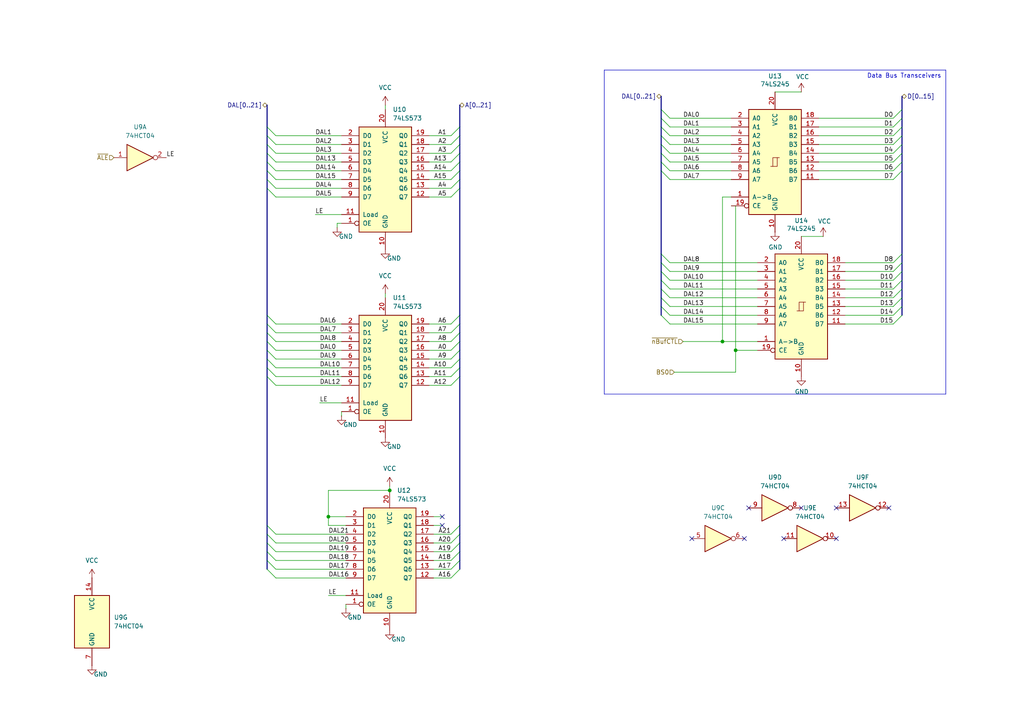
<source format=kicad_sch>
(kicad_sch (version 20250114) (generator "eeschema") (generator_version "9.0")
  (paper "A4")
  (lib_symbols
    (symbol "74xx:74HCT04"
      (property "Reference" "U" (at 0 1.27 0))
      (property "Value" "74HCT04" (at 0 -1.27 0))
      (symbol "74HCT04_1_0"
        (polyline (pts (xy -3.81 3.81) (xy -3.81 -3.81) (xy 3.81 0) (xy -3.81 3.81)) (stroke (width 0.254)) (fill (type background)))
        (pin input line (at -7.62 0 0) (length 3.81) (name "~") (number "1"))
        (pin output inverted (at 7.62 0 180) (length 3.81) (name "~") (number "2"))
      )
      (symbol "74HCT04_2_0"
        (polyline (pts (xy -3.81 3.81) (xy -3.81 -3.81) (xy 3.81 0) (xy -3.81 3.81)) (stroke (width 0.254)) (fill (type background)))
        (pin input line (at -7.62 0 0) (length 3.81) (name "~") (number "3"))
        (pin output inverted (at 7.62 0 180) (length 3.81) (name "~") (number "4"))
      )
      (symbol "74HCT04_3_0"
        (polyline (pts (xy -3.81 3.81) (xy -3.81 -3.81) (xy 3.81 0) (xy -3.81 3.81)) (stroke (width 0.254)) (fill (type background)))
        (pin input line (at -7.62 0 0) (length 3.81) (name "~") (number "5"))
        (pin output inverted (at 7.62 0 180) (length 3.81) (name "~") (number "6"))
      )
      (symbol "74HCT04_4_0"
        (polyline (pts (xy -3.81 3.81) (xy -3.81 -3.81) (xy 3.81 0) (xy -3.81 3.81)) (stroke (width 0.254)) (fill (type background)))
        (pin input line (at -7.62 0 0) (length 3.81) (name "~") (number "9"))
        (pin output inverted (at 7.62 0 180) (length 3.81) (name "~") (number "8"))
      )
      (symbol "74HCT04_5_0"
        (polyline (pts (xy -3.81 3.81) (xy -3.81 -3.81) (xy 3.81 0) (xy -3.81 3.81)) (stroke (width 0.254)) (fill (type background)))
        (pin input line (at -7.62 0 0) (length 3.81) (name "~") (number "11"))
        (pin output inverted (at 7.62 0 180) (length 3.81) (name "~") (number "10"))
      )
      (symbol "74HCT04_6_0"
        (polyline (pts (xy -3.81 3.81) (xy -3.81 -3.81) (xy 3.81 0) (xy -3.81 3.81)) (stroke (width 0.254)) (fill (type background)))
        (pin input line (at -7.62 0 0) (length 3.81) (name "~") (number "13"))
        (pin output inverted (at 7.62 0 180) (length 3.81) (name "~") (number "12"))
      )
      (symbol "74HCT04_7_0"
        (pin power_in line (at 0 12.7 270) (length 5.08) (name "VCC") (number "14"))
        (pin power_in line (at 0 -12.7 90) (length 5.08) (name "GND") (number "7"))
      )
      (symbol "74HCT04_7_1"
        (rectangle (start -5.08 7.62) (end 5.08 -7.62) (stroke (width 0.254)) (fill (type background)))
      )
    )
    (symbol "74xx:74LS245" (pin_names (offset 1.016))
      (property "Reference" "U" (at -7.62 16.51 0))
      (property "Value" "74LS245" (at -7.62 -16.51 0))
      (symbol "74LS245_1_0"
        (polyline (pts (xy -1.27 -1.27) (xy 0.635 -1.27) (xy 0.635 1.27) (xy 1.27 1.27)))
        (polyline (pts (xy -0.635 -1.27) (xy -0.635 1.27) (xy 0.635 1.27)))
        (pin tri_state line (at -12.7 12.7 0) (length 5.08) (name "A0") (number "2"))
        (pin tri_state line (at -12.7 10.16 0) (length 5.08) (name "A1") (number "3"))
        (pin tri_state line (at -12.7 7.62 0) (length 5.08) (name "A2") (number "4"))
        (pin tri_state line (at -12.7 5.08 0) (length 5.08) (name "A3") (number "5"))
        (pin tri_state line (at -12.7 2.54 0) (length 5.08) (name "A4") (number "6"))
        (pin tri_state line (at -12.7 0 0) (length 5.08) (name "A5") (number "7"))
        (pin tri_state line (at -12.7 -2.54 0) (length 5.08) (name "A6") (number "8"))
        (pin tri_state line (at -12.7 -5.08 0) (length 5.08) (name "A7") (number "9"))
        (pin input line (at -12.7 -10.16 0) (length 5.08) (name "A->B") (number "1"))
        (pin input inverted (at -12.7 -12.7 0) (length 5.08) (name "CE") (number "19"))
        (pin power_in line (at 0 20.32 270) (length 5.08) (name "VCC") (number "20"))
        (pin power_in line (at 0 -20.32 90) (length 5.08) (name "GND") (number "10"))
        (pin tri_state line (at 12.7 12.7 180) (length 5.08) (name "B0") (number "18"))
        (pin tri_state line (at 12.7 10.16 180) (length 5.08) (name "B1") (number "17"))
        (pin tri_state line (at 12.7 7.62 180) (length 5.08) (name "B2") (number "16"))
        (pin tri_state line (at 12.7 5.08 180) (length 5.08) (name "B3") (number "15"))
        (pin tri_state line (at 12.7 2.54 180) (length 5.08) (name "B4") (number "14"))
        (pin tri_state line (at 12.7 0 180) (length 5.08) (name "B5") (number "13"))
        (pin tri_state line (at 12.7 -2.54 180) (length 5.08) (name "B6") (number "12"))
        (pin tri_state line (at 12.7 -5.08 180) (length 5.08) (name "B7") (number "11"))
      )
      (symbol "74LS245_1_1"
        (rectangle (start -7.62 15.24) (end 7.62 -15.24) (stroke (width 0.254)) (fill (type background)))
      )
    )
    (symbol "74xx:74LS573" (pin_names (offset 1.016))
      (property "Reference" "U" (at -7.62 16.51 0))
      (property "Value" "74LS573" (at -7.62 -16.51 0))
      (symbol "74LS573_1_0"
        (pin input line (at -12.7 12.7 0) (length 5.08) (name "D0") (number "2"))
        (pin input line (at -12.7 10.16 0) (length 5.08) (name "D1") (number "3"))
        (pin input line (at -12.7 7.62 0) (length 5.08) (name "D2") (number "4"))
        (pin input line (at -12.7 5.08 0) (length 5.08) (name "D3") (number "5"))
        (pin input line (at -12.7 2.54 0) (length 5.08) (name "D4") (number "6"))
        (pin input line (at -12.7 0 0) (length 5.08) (name "D5") (number "7"))
        (pin input line (at -12.7 -2.54 0) (length 5.08) (name "D6") (number "8"))
        (pin input line (at -12.7 -5.08 0) (length 5.08) (name "D7") (number "9"))
        (pin input line (at -12.7 -10.16 0) (length 5.08) (name "Load") (number "11"))
        (pin input inverted (at -12.7 -12.7 0) (length 5.08) (name "OE") (number "1"))
        (pin power_in line (at 0 20.32 270) (length 5.08) (name "VCC") (number "20"))
        (pin power_in line (at 0 -20.32 90) (length 5.08) (name "GND") (number "10"))
        (pin tri_state line (at 12.7 12.7 180) (length 5.08) (name "Q0") (number "19"))
        (pin tri_state line (at 12.7 10.16 180) (length 5.08) (name "Q1") (number "18"))
        (pin tri_state line (at 12.7 7.62 180) (length 5.08) (name "Q2") (number "17"))
        (pin tri_state line (at 12.7 5.08 180) (length 5.08) (name "Q3") (number "16"))
        (pin tri_state line (at 12.7 2.54 180) (length 5.08) (name "Q4") (number "15"))
        (pin tri_state line (at 12.7 0 180) (length 5.08) (name "Q5") (number "14"))
        (pin tri_state line (at 12.7 -2.54 180) (length 5.08) (name "Q6") (number "13"))
        (pin tri_state line (at 12.7 -5.08 180) (length 5.08) (name "Q7") (number "12"))
      )
      (symbol "74LS573_1_1"
        (rectangle (start -7.62 15.24) (end 7.62 -15.24) (stroke (width 0.254)) (fill (type background)))
      )
    )
    (symbol "power:GND" (power) (pin_numbers (hide yes)) (pin_names (offset 0) (hide yes))
      (property "Value" "GND" (at 0 -3.81 0))
      (symbol "GND_0_1"
        (polyline (pts (xy 0 0) (xy 0 -1.27) (xy 1.27 -1.27) (xy 0 -2.54) (xy -1.27 -1.27) (xy 0 -1.27)))
      )
      (symbol "GND_1_1"
        (pin power_in line (at 0 0 270) (length 0) (name "~") (number "1"))
      )
    )
    (symbol "power:VCC" (power) (pin_numbers (hide yes)) (pin_names (offset 0) (hide yes))
      (property "Value" "VCC" (at 0 3.556 0))
      (symbol "VCC_0_1"
        (polyline (pts (xy -0.762 1.27) (xy 0 2.54)))
        (polyline (pts (xy 0 2.54) (xy 0.762 1.27)))
        (polyline (pts (xy 0 0) (xy 0 2.54)))
      )
      (symbol "VCC_1_1"
        (pin power_in line (at 0 0 90) (length 0) (name "~") (number "1"))
      )
    )
  )
  (text "Data Bus Transceivers" (at 273.05 22.86 0) (effects (font (size 1.27 1.27)) (justify right bottom)))
  (junction (at 209.55 99.06))
  (junction (at 213.36 101.6))
  (junction (at 95.25 149.86))
  (junction (at 113.03 142.24))
  (no_connect (at 200.66 156.21))
  (no_connect (at 215.9 156.21))
  (no_connect (at 227.33 156.21))
  (no_connect (at 128.27 149.86))
  (no_connect (at 242.57 147.32))
  (no_connect (at 128.27 152.4))
  (no_connect (at 242.57 156.21))
  (no_connect (at 232.41 147.32))
  (no_connect (at 257.81 147.32))
  (no_connect (at 217.17 147.32))
  (bus_entry (at 80.01 99.06) (size -2.54 -2.54))
  (bus_entry (at 194.31 93.98) (size -2.54 -2.54))
  (bus_entry (at 194.31 39.37) (size -2.54 -2.54))
  (bus_entry (at 259.08 39.37) (size 2.54 -2.54))
  (bus_entry (at 80.01 57.15) (size -2.54 -2.54))
  (bus_entry (at 259.08 78.74) (size 2.54 -2.54))
  (bus_entry (at 80.01 106.68) (size -2.54 -2.54))
  (bus_entry (at 80.01 96.52) (size -2.54 -2.54))
  (bus_entry (at 80.01 44.45) (size -2.54 -2.54))
  (bus_entry (at 80.01 41.91) (size -2.54 -2.54))
  (bus_entry (at 259.08 81.28) (size 2.54 -2.54))
  (bus_entry (at 259.08 88.9) (size 2.54 -2.54))
  (bus_entry (at 80.01 157.48) (size -2.54 -2.54))
  (bus_entry (at 130.81 111.76) (size 2.54 -2.54))
  (bus_entry (at 130.81 162.56) (size 2.54 -2.54))
  (bus_entry (at 194.31 34.29) (size -2.54 -2.54))
  (bus_entry (at 259.08 41.91) (size 2.54 -2.54))
  (bus_entry (at 194.31 81.28) (size -2.54 -2.54))
  (bus_entry (at 194.31 52.07) (size -2.54 -2.54))
  (bus_entry (at 259.08 86.36) (size 2.54 -2.54))
  (bus_entry (at 130.81 57.15) (size 2.54 -2.54))
  (bus_entry (at 80.01 167.64) (size -2.54 -2.54))
  (bus_entry (at 130.81 52.07) (size 2.54 -2.54))
  (bus_entry (at 130.81 46.99) (size 2.54 -2.54))
  (bus_entry (at 80.01 160.02) (size -2.54 -2.54))
  (bus_entry (at 194.31 44.45) (size -2.54 -2.54))
  (bus_entry (at 259.08 36.83) (size 2.54 -2.54))
  (bus_entry (at 80.01 111.76) (size -2.54 -2.54))
  (bus_entry (at 194.31 76.2) (size -2.54 -2.54))
  (bus_entry (at 259.08 46.99) (size 2.54 -2.54))
  (bus_entry (at 130.81 41.91) (size 2.54 -2.54))
  (bus_entry (at 130.81 44.45) (size 2.54 -2.54))
  (bus_entry (at 194.31 86.36) (size -2.54 -2.54))
  (bus_entry (at 130.81 93.98) (size 2.54 -2.54))
  (bus_entry (at 80.01 162.56) (size -2.54 -2.54))
  (bus_entry (at 130.81 101.6) (size 2.54 -2.54))
  (bus_entry (at 130.81 96.52) (size 2.54 -2.54))
  (bus_entry (at 194.31 78.74) (size -2.54 -2.54))
  (bus_entry (at 80.01 54.61) (size -2.54 -2.54))
  (bus_entry (at 259.08 34.29) (size 2.54 -2.54))
  (bus_entry (at 80.01 46.99) (size -2.54 -2.54))
  (bus_entry (at 259.08 49.53) (size 2.54 -2.54))
  (bus_entry (at 130.81 54.61) (size 2.54 -2.54))
  (bus_entry (at 194.31 36.83) (size -2.54 -2.54))
  (bus_entry (at 259.08 91.44) (size 2.54 -2.54))
  (bus_entry (at 80.01 101.6) (size -2.54 -2.54))
  (bus_entry (at 80.01 154.94) (size -2.54 -2.54))
  (bus_entry (at 259.08 52.07) (size 2.54 -2.54))
  (bus_entry (at 194.31 49.53) (size -2.54 -2.54))
  (bus_entry (at 130.81 49.53) (size 2.54 -2.54))
  (bus_entry (at 130.81 106.68) (size 2.54 -2.54))
  (bus_entry (at 130.81 99.06) (size 2.54 -2.54))
  (bus_entry (at 194.31 41.91) (size -2.54 -2.54))
  (bus_entry (at 130.81 160.02) (size 2.54 -2.54))
  (bus_entry (at 80.01 52.07) (size -2.54 -2.54))
  (bus_entry (at 259.08 44.45) (size 2.54 -2.54))
  (bus_entry (at 80.01 109.22) (size -2.54 -2.54))
  (bus_entry (at 130.81 39.37) (size 2.54 -2.54))
  (bus_entry (at 194.31 46.99) (size -2.54 -2.54))
  (bus_entry (at 80.01 49.53) (size -2.54 -2.54))
  (bus_entry (at 130.81 154.94) (size 2.54 -2.54))
  (bus_entry (at 259.08 83.82) (size 2.54 -2.54))
  (bus_entry (at 80.01 93.98) (size -2.54 -2.54))
  (bus_entry (at 130.81 157.48) (size 2.54 -2.54))
  (bus_entry (at 194.31 88.9) (size -2.54 -2.54))
  (bus_entry (at 194.31 91.44) (size -2.54 -2.54))
  (bus_entry (at 130.81 109.22) (size 2.54 -2.54))
  (bus_entry (at 194.31 83.82) (size -2.54 -2.54))
  (bus_entry (at 130.81 167.64) (size 2.54 -2.54))
  (bus_entry (at 80.01 104.14) (size -2.54 -2.54))
  (bus_entry (at 130.81 165.1) (size 2.54 -2.54))
  (bus_entry (at 259.08 76.2) (size 2.54 -2.54))
  (bus_entry (at 130.81 104.14) (size 2.54 -2.54))
  (bus_entry (at 80.01 165.1) (size -2.54 -2.54))
  (bus_entry (at 80.01 39.37) (size -2.54 -2.54))
  (bus_entry (at 259.08 93.98) (size 2.54 -2.54))
  (wire (pts (xy 100.33 175.26) (xy 100.33 176.53)))
  (wire (pts (xy 194.31 36.83) (xy 212.09 36.83)))
  (bus (pts (xy 133.35 93.98) (xy 133.35 96.52)))
  (wire (pts (xy 194.31 83.82) (xy 219.71 83.82)))
  (wire (pts (xy 212.09 57.15) (xy 209.55 57.15)))
  (wire (pts (xy 124.46 54.61) (xy 130.81 54.61)))
  (bus (pts (xy 133.35 106.68) (xy 133.35 109.22)))
  (bus (pts (xy 77.47 152.4) (xy 77.47 154.94)))
  (wire (pts (xy 80.01 39.37) (xy 99.06 39.37)))
  (wire (pts (xy 95.25 142.24) (xy 113.03 142.24)))
  (bus (pts (xy 77.47 104.14) (xy 77.47 106.68)))
  (wire (pts (xy 194.31 93.98) (xy 219.71 93.98)))
  (bus (pts (xy 261.62 76.2) (xy 261.62 78.74)))
  (wire (pts (xy 80.01 46.99) (xy 99.06 46.99)))
  (wire (pts (xy 80.01 49.53) (xy 99.06 49.53)))
  (wire (pts (xy 237.49 44.45) (xy 259.08 44.45)))
  (wire (pts (xy 213.36 107.95) (xy 213.36 101.6)))
  (wire (pts (xy 124.46 93.98) (xy 130.81 93.98)))
  (wire (pts (xy 80.01 99.06) (xy 99.06 99.06)))
  (bus (pts (xy 77.47 106.68) (xy 77.47 109.22)))
  (wire (pts (xy 80.01 154.94) (xy 100.33 154.94)))
  (bus (pts (xy 133.35 99.06) (xy 133.35 101.6)))
  (bus (pts (xy 133.35 91.44) (xy 133.35 93.98)))
  (bus (pts (xy 133.35 46.99) (xy 133.35 49.53)))
  (bus (pts (xy 191.77 78.74) (xy 191.77 81.28)))
  (bus (pts (xy 133.35 54.61) (xy 133.35 91.44)))
  (wire (pts (xy 80.01 109.22) (xy 99.06 109.22)))
  (bus (pts (xy 77.47 36.83) (xy 77.47 39.37)))
  (wire (pts (xy 124.46 106.68) (xy 130.81 106.68)))
  (wire (pts (xy 209.55 99.06) (xy 198.12 99.06)))
  (bus (pts (xy 77.47 91.44) (xy 77.47 93.98)))
  (polyline (pts (xy 274.32 114.3) (xy 274.32 20.32)))
  (bus (pts (xy 77.47 160.02) (xy 77.47 162.56)))
  (wire (pts (xy 124.46 101.6) (xy 130.81 101.6)))
  (bus (pts (xy 261.62 88.9) (xy 261.62 91.44)))
  (wire (pts (xy 124.46 99.06) (xy 130.81 99.06)))
  (bus (pts (xy 191.77 34.29) (xy 191.77 36.83)))
  (bus (pts (xy 261.62 31.75) (xy 261.62 34.29)))
  (bus (pts (xy 77.47 44.45) (xy 77.47 46.99)))
  (bus (pts (xy 77.47 109.22) (xy 77.47 152.4)))
  (bus (pts (xy 77.47 30.48) (xy 77.47 36.83)))
  (wire (pts (xy 194.31 44.45) (xy 212.09 44.45)))
  (wire (pts (xy 111.76 30.48) (xy 111.76 31.75)))
  (bus (pts (xy 133.35 39.37) (xy 133.35 41.91)))
  (bus (pts (xy 191.77 49.53) (xy 191.77 73.66)))
  (wire (pts (xy 245.11 88.9) (xy 259.08 88.9)))
  (wire (pts (xy 113.03 140.97) (xy 113.03 142.24)))
  (wire (pts (xy 80.01 41.91) (xy 99.06 41.91)))
  (bus (pts (xy 133.35 157.48) (xy 133.35 160.02)))
  (wire (pts (xy 80.01 157.48) (xy 100.33 157.48)))
  (wire (pts (xy 212.09 59.69) (xy 213.36 59.69)))
  (wire (pts (xy 194.31 76.2) (xy 219.71 76.2)))
  (wire (pts (xy 245.11 93.98) (xy 259.08 93.98)))
  (wire (pts (xy 125.73 160.02) (xy 130.81 160.02)))
  (bus (pts (xy 133.35 104.14) (xy 133.35 106.68)))
  (bus (pts (xy 77.47 41.91) (xy 77.47 44.45)))
  (wire (pts (xy 125.73 149.86) (xy 128.27 149.86)))
  (wire (pts (xy 194.31 34.29) (xy 212.09 34.29)))
  (wire (pts (xy 259.08 34.29) (xy 237.49 34.29)))
  (wire (pts (xy 194.31 49.53) (xy 212.09 49.53)))
  (bus (pts (xy 133.35 109.22) (xy 133.35 152.4)))
  (wire (pts (xy 80.01 104.14) (xy 99.06 104.14)))
  (bus (pts (xy 77.47 162.56) (xy 77.47 165.1)))
  (wire (pts (xy 209.55 99.06) (xy 219.71 99.06)))
  (wire (pts (xy 194.31 88.9) (xy 219.71 88.9)))
  (wire (pts (xy 194.31 39.37) (xy 212.09 39.37)))
  (wire (pts (xy 194.31 91.44) (xy 219.71 91.44)))
  (bus (pts (xy 77.47 39.37) (xy 77.47 41.91)))
  (bus (pts (xy 191.77 36.83) (xy 191.77 39.37)))
  (wire (pts (xy 80.01 160.02) (xy 100.33 160.02)))
  (bus (pts (xy 191.77 73.66) (xy 191.77 76.2)))
  (wire (pts (xy 80.01 167.64) (xy 100.33 167.64)))
  (wire (pts (xy 245.11 83.82) (xy 259.08 83.82)))
  (wire (pts (xy 125.73 167.64) (xy 130.81 167.64)))
  (bus (pts (xy 77.47 46.99) (xy 77.47 49.53)))
  (bus (pts (xy 191.77 41.91) (xy 191.77 44.45)))
  (bus (pts (xy 261.62 83.82) (xy 261.62 86.36)))
  (wire (pts (xy 80.01 93.98) (xy 99.06 93.98)))
  (bus (pts (xy 133.35 52.07) (xy 133.35 54.61)))
  (bus (pts (xy 261.62 49.53) (xy 261.62 73.66)))
  (bus (pts (xy 133.35 154.94) (xy 133.35 157.48)))
  (wire (pts (xy 95.25 172.72) (xy 100.33 172.72)))
  (wire (pts (xy 237.49 49.53) (xy 259.08 49.53)))
  (bus (pts (xy 261.62 39.37) (xy 261.62 41.91)))
  (bus (pts (xy 77.47 52.07) (xy 77.47 54.61)))
  (bus (pts (xy 191.77 76.2) (xy 191.77 78.74)))
  (wire (pts (xy 124.46 39.37) (xy 130.81 39.37)))
  (wire (pts (xy 80.01 111.76) (xy 99.06 111.76)))
  (bus (pts (xy 77.47 96.52) (xy 77.47 99.06)))
  (bus (pts (xy 261.62 73.66) (xy 261.62 76.2)))
  (wire (pts (xy 209.55 57.15) (xy 209.55 99.06)))
  (wire (pts (xy 124.46 49.53) (xy 130.81 49.53)))
  (wire (pts (xy 80.01 57.15) (xy 99.06 57.15)))
  (bus (pts (xy 133.35 44.45) (xy 133.35 46.99)))
  (wire (pts (xy 224.79 26.67) (xy 232.41 26.67)))
  (wire (pts (xy 237.49 36.83) (xy 259.08 36.83)))
  (bus (pts (xy 133.35 160.02) (xy 133.35 162.56)))
  (wire (pts (xy 194.31 46.99) (xy 212.09 46.99)))
  (polyline (pts (xy 175.26 114.3) (xy 274.32 114.3)))
  (polyline (pts (xy 175.26 20.32) (xy 175.26 114.3)))
  (bus (pts (xy 77.47 154.94) (xy 77.47 157.48)))
  (wire (pts (xy 97.79 64.77) (xy 97.79 66.04)))
  (bus (pts (xy 191.77 46.99) (xy 191.77 49.53)))
  (wire (pts (xy 80.01 162.56) (xy 100.33 162.56)))
  (wire (pts (xy 124.46 109.22) (xy 130.81 109.22)))
  (wire (pts (xy 124.46 57.15) (xy 130.81 57.15)))
  (wire (pts (xy 194.31 86.36) (xy 219.71 86.36)))
  (bus (pts (xy 261.62 86.36) (xy 261.62 88.9)))
  (wire (pts (xy 259.08 46.99) (xy 237.49 46.99)))
  (wire (pts (xy 125.73 154.94) (xy 130.81 154.94)))
  (wire (pts (xy 259.08 81.28) (xy 245.11 81.28)))
  (wire (pts (xy 125.73 152.4) (xy 128.27 152.4)))
  (wire (pts (xy 124.46 44.45) (xy 130.81 44.45)))
  (bus (pts (xy 133.35 41.91) (xy 133.35 44.45)))
  (bus (pts (xy 133.35 162.56) (xy 133.35 165.1)))
  (bus (pts (xy 191.77 86.36) (xy 191.77 88.9)))
  (bus (pts (xy 261.62 36.83) (xy 261.62 39.37)))
  (wire (pts (xy 99.06 120.65) (xy 99.06 119.38)))
  (bus (pts (xy 191.77 83.82) (xy 191.77 86.36)))
  (wire (pts (xy 194.31 52.07) (xy 212.09 52.07)))
  (bus (pts (xy 133.35 30.48) (xy 133.35 36.83)))
  (bus (pts (xy 133.35 36.83) (xy 133.35 39.37)))
  (bus (pts (xy 261.62 41.91) (xy 261.62 44.45)))
  (bus (pts (xy 77.47 101.6) (xy 77.47 104.14)))
  (wire (pts (xy 125.73 165.1) (xy 130.81 165.1)))
  (wire (pts (xy 213.36 101.6) (xy 219.71 101.6)))
  (wire (pts (xy 125.73 157.48) (xy 130.81 157.48)))
  (wire (pts (xy 194.31 81.28) (xy 219.71 81.28)))
  (wire (pts (xy 99.06 62.23) (xy 91.44 62.23)))
  (wire (pts (xy 245.11 78.74) (xy 259.08 78.74)))
  (wire (pts (xy 195.58 107.95) (xy 213.36 107.95)))
  (wire (pts (xy 259.08 86.36) (xy 245.11 86.36)))
  (bus (pts (xy 191.77 27.94) (xy 191.77 31.75)))
  (wire (pts (xy 124.46 52.07) (xy 130.81 52.07)))
  (wire (pts (xy 124.46 111.76) (xy 130.81 111.76)))
  (wire (pts (xy 124.46 96.52) (xy 130.81 96.52)))
  (wire (pts (xy 80.01 44.45) (xy 99.06 44.45)))
  (bus (pts (xy 261.62 46.99) (xy 261.62 49.53)))
  (bus (pts (xy 133.35 101.6) (xy 133.35 104.14)))
  (bus (pts (xy 261.62 44.45) (xy 261.62 46.99)))
  (bus (pts (xy 191.77 88.9) (xy 191.77 91.44)))
  (wire (pts (xy 194.31 41.91) (xy 212.09 41.91)))
  (bus (pts (xy 191.77 31.75) (xy 191.77 34.29)))
  (wire (pts (xy 124.46 104.14) (xy 130.81 104.14)))
  (bus (pts (xy 133.35 96.52) (xy 133.35 99.06)))
  (bus (pts (xy 77.47 49.53) (xy 77.47 52.07)))
  (wire (pts (xy 124.46 46.99) (xy 130.81 46.99)))
  (wire (pts (xy 80.01 52.07) (xy 99.06 52.07)))
  (wire (pts (xy 80.01 54.61) (xy 99.06 54.61)))
  (bus (pts (xy 261.62 27.94) (xy 261.62 31.75)))
  (wire (pts (xy 80.01 106.68) (xy 99.06 106.68)))
  (wire (pts (xy 95.25 149.86) (xy 95.25 152.4)))
  (wire (pts (xy 95.25 149.86) (xy 100.33 149.86)))
  (wire (pts (xy 111.76 85.09) (xy 111.76 86.36)))
  (wire (pts (xy 125.73 162.56) (xy 130.81 162.56)))
  (wire (pts (xy 194.31 78.74) (xy 219.71 78.74)))
  (wire (pts (xy 259.08 39.37) (xy 237.49 39.37)))
  (bus (pts (xy 191.77 81.28) (xy 191.77 83.82)))
  (bus (pts (xy 133.35 49.53) (xy 133.35 52.07)))
  (bus (pts (xy 77.47 54.61) (xy 77.47 91.44)))
  (wire (pts (xy 124.46 41.91) (xy 130.81 41.91)))
  (wire (pts (xy 213.36 101.6) (xy 213.36 59.69)))
  (wire (pts (xy 80.01 96.52) (xy 99.06 96.52)))
  (wire (pts (xy 259.08 52.07) (xy 237.49 52.07)))
  (bus (pts (xy 77.47 157.48) (xy 77.47 160.02)))
  (bus (pts (xy 133.35 152.4) (xy 133.35 154.94)))
  (bus (pts (xy 191.77 39.37) (xy 191.77 41.91)))
  (wire (pts (xy 259.08 91.44) (xy 245.11 91.44)))
  (bus (pts (xy 77.47 99.06) (xy 77.47 101.6)))
  (wire (pts (xy 99.06 116.84) (xy 92.71 116.84)))
  (bus (pts (xy 261.62 81.28) (xy 261.62 83.82)))
  (wire (pts (xy 95.25 149.86) (xy 95.25 142.24)))
  (bus (pts (xy 191.77 44.45) (xy 191.77 46.99)))
  (polyline (pts (xy 274.32 20.32) (xy 175.26 20.32)))
  (bus (pts (xy 77.47 93.98) (xy 77.47 96.52)))
  (wire (pts (xy 99.06 64.77) (xy 97.79 64.77)))
  (wire (pts (xy 80.01 165.1) (xy 100.33 165.1)))
  (wire (pts (xy 259.08 76.2) (xy 245.11 76.2)))
  (bus (pts (xy 261.62 78.74) (xy 261.62 81.28)))
  (bus (pts (xy 261.62 34.29) (xy 261.62 36.83)))
  (wire (pts (xy 237.49 41.91) (xy 259.08 41.91)))
  (wire (pts (xy 238.76 68.58) (xy 232.41 68.58)))
  (wire (pts (xy 80.01 101.6) (xy 99.06 101.6)))
  (wire (pts (xy 95.25 152.4) (xy 100.33 152.4)))
  (label "A14" (at 129.54 49.53 180))
  (label "DAL0" (at 198.12 34.29 0))
  (label "DAL3" (at 198.12 41.91 0))
  (label "DAL14" (at 198.12 91.44 0))
  (label "DAL4" (at 91.44 54.61 0))
  (label "D12" (at 259.08 86.36 180))
  (label "DAL5" (at 91.44 57.15 0))
  (label "A21" (at 130.81 154.94 180))
  (label "A7" (at 129.54 96.52 180))
  (label "DAL9" (at 198.12 78.74 0))
  (label "LE" (at 95.25 172.72 0))
  (label "DAL18" (at 95.25 162.56 0))
  (label "A11" (at 129.54 109.22 180))
  (label "A8" (at 129.54 99.06 180))
  (label "DAL1" (at 198.12 36.83 0))
  (label "DAL3" (at 91.44 44.45 0))
  (label "DAL12" (at 198.12 86.36 0))
  (label "A12" (at 129.54 111.76 180))
  (label "DAL9" (at 92.71 104.14 0))
  (label "DAL17" (at 95.25 165.1 0))
  (label "LE" (at 91.44 62.23 0))
  (label "LE" (at 92.71 116.84 0))
  (label "A15" (at 129.54 52.07 180))
  (label "A0" (at 129.54 101.6 180))
  (label "DAL5" (at 198.12 46.99 0))
  (label "DAL2" (at 198.12 39.37 0))
  (label "DAL14" (at 91.44 49.53 0))
  (label "DAL10" (at 92.71 106.68 0))
  (label "DAL20" (at 95.25 157.48 0))
  (label "DAL7" (at 92.71 96.52 0))
  (label "D0" (at 259.08 34.29 180))
  (label "DAL7" (at 198.12 52.07 0))
  (label "DAL8" (at 198.12 76.2 0))
  (label "A20" (at 130.81 157.48 180))
  (label "D3" (at 259.08 41.91 180))
  (label "LE" (at 48.26 45.72 0))
  (label "A17" (at 130.81 165.1 180))
  (label "DAL21" (at 95.25 154.94 0))
  (label "D9" (at 259.08 78.74 180))
  (label "D15" (at 259.08 93.98 180))
  (label "DAL11" (at 198.12 83.82 0))
  (label "A6" (at 129.54 93.98 180))
  (label "A16" (at 130.81 167.64 180))
  (label "DAL2" (at 91.44 41.91 0))
  (label "D11" (at 259.08 83.82 180))
  (label "A10" (at 129.54 106.68 180))
  (label "A3" (at 129.54 44.45 180))
  (label "A4" (at 129.54 54.61 180))
  (label "D1" (at 259.08 36.83 180))
  (label "DAL4" (at 198.12 44.45 0))
  (label "A18" (at 130.81 162.56 180))
  (label "DAL6" (at 92.71 93.98 0))
  (label "A13" (at 129.54 46.99 180))
  (label "D4" (at 259.08 44.45 180))
  (label "DAL0" (at 92.71 101.6 0))
  (label "DAL16" (at 95.25 167.64 0))
  (label "D10" (at 259.08 81.28 180))
  (label "D6" (at 259.08 49.53 180))
  (label "A1" (at 129.54 39.37 180))
  (label "DAL10" (at 198.12 81.28 0))
  (label "DAL13" (at 198.12 88.9 0))
  (label "D7" (at 259.08 52.07 180))
  (label "A9" (at 129.54 104.14 180))
  (label "DAL12" (at 92.71 111.76 0))
  (label "DAL6" (at 198.12 49.53 0))
  (label "DAL8" (at 92.71 99.06 0))
  (label "D13" (at 259.08 88.9 180))
  (label "D8" (at 259.08 76.2 180))
  (label "D14" (at 259.08 91.44 180))
  (label "D2" (at 259.08 39.37 180))
  (label "D5" (at 259.08 46.99 180))
  (label "DAL1" (at 91.44 39.37 0))
  (label "DAL11" (at 92.71 109.22 0))
  (label "DAL13" (at 91.44 46.99 0))
  (label "A5" (at 129.54 57.15 180))
  (label "A19" (at 130.81 160.02 180))
  (label "DAL19" (at 95.25 160.02 0))
  (label "DAL15" (at 198.12 93.98 0))
  (label "DAL15" (at 91.44 52.07 0))
  (label "A2" (at 129.54 41.91 180))
  (hierarchical_label "~{nBufCTL}" (shape input) (at 198.12 99.06 180))
  (hierarchical_label "BS0" (shape input) (at 195.58 107.95 180))
  (hierarchical_label "A[0..21]" (shape bidirectional) (at 133.35 30.48 0))
  (hierarchical_label "DAL[0..21]" (shape bidirectional) (at 191.77 27.94 180))
  (hierarchical_label "DAL[0..21]" (shape bidirectional) (at 77.47 30.48 180))
  (hierarchical_label "~{ALE}" (shape input) (at 33.02 45.72 180))
  (hierarchical_label "D[0..15]" (shape bidirectional) (at 261.62 27.94 0))
  (symbol (lib_id "74xx:74LS573") (at 111.76 52.07 0) (unit 1)
    (property "Reference" "U10" (at 113.9033 31.75 0) (effects (justify left)))
    (property "Value" "74LS573" (at 113.9033 34.29 0) (effects (justify left)))
    (property "Footprint" "Package_DIP:DIP-20_W7.62mm" (effects (hide yes)))
    (property "Datasheet" "74xx/74hc573.pdf" (effects (hide yes)))
    (property "Description" "8-bit Latch 3-state outputs" (effects (hide yes)))
  )
  (symbol (lib_id "power:GND") (at 224.79 67.31 0) (unit 1)
    (property "Reference" "#PWR034" (effects (hide yes)))
    (property "Value" "GND" (at 224.917 71.7042 0))
    (property "Description" "Power symbol creates a global label with name \"GND\" , ground" (effects (hide yes)))
  )
  (symbol (lib_id "power:GND") (at 111.76 72.39 0) (unit 1)
    (property "Reference" "#PWR029" (effects (hide yes)))
    (property "Value" "GND" (at 114.3 74.93 0))
    (property "Description" "Power symbol creates a global label with name \"GND\" , ground" (effects (hide yes)))
  )
  (symbol (lib_id "74xx:74HCT04") (at 26.67 180.34 0) (unit 7)
    (property "Reference" "U9" (at 33.02 179.0699 0) (effects (justify left)))
    (property "Value" "74HCT04" (at 33.02 181.6099 0) (effects (justify left)))
    (property "Datasheet" "https://assets.nexperia.com/documents/data-sheet/74HC_HCT04.pdf" (effects (hide yes)))
    (property "Description" "Hex Inverter" (effects (hide yes)))
  )
  (symbol (lib_id "74xx:74LS573") (at 111.76 106.68 0) (unit 1)
    (property "Reference" "U11" (at 113.9033 86.36 0) (effects (justify left)))
    (property "Value" "74LS573" (at 113.9033 88.9 0) (effects (justify left)))
    (property "Footprint" "Package_DIP:DIP-20_W7.62mm" (effects (hide yes)))
    (property "Datasheet" "74xx/74hc573.pdf" (effects (hide yes)))
    (property "Description" "8-bit Latch 3-state outputs" (effects (hide yes)))
  )
  (symbol (lib_id "74xx:74HCT04") (at 250.19 147.32 0) (unit 6)
    (property "Reference" "U9" (at 250.19 138.43 0))
    (property "Value" "74HCT04" (at 250.19 140.97 0))
    (property "Datasheet" "https://assets.nexperia.com/documents/data-sheet/74HC_HCT04.pdf" (effects (hide yes)))
    (property "Description" "Hex Inverter" (effects (hide yes)))
  )
  (symbol (lib_id "74xx:74LS245") (at 232.41 88.9 0) (unit 1)
    (property "Reference" "U14" (at 232.41 63.9826 0))
    (property "Value" "74LS245" (at 232.41 66.294 0))
    (property "Footprint" "Package_DIP:DIP-20_W7.62mm" (effects (hide yes)))
    (property "Datasheet" "http://www.ti.com/lit/gpn/sn74LS245" (effects (hide yes)))
  )
  (symbol (lib_id "power:GND") (at 26.67 193.04 0) (unit 1)
    (property "Reference" "#PWR024" (effects (hide yes)))
    (property "Value" "GND" (at 29.21 195.58 0))
    (property "Description" "Power symbol creates a global label with name \"GND\" , ground" (effects (hide yes)))
  )
  (symbol (lib_id "power:VCC") (at 26.67 167.64 0) (unit 1)
    (property "Reference" "#PWR023" (effects (hide yes)))
    (property "Value" "VCC" (at 26.67 162.56 0))
    (property "Description" "Power symbol creates a global label with name \"VCC\"" (effects (hide yes)))
  )
  (symbol (lib_id "power:GND") (at 99.06 120.65 0) (unit 1)
    (property "Reference" "#PWR026" (effects (hide yes)))
    (property "Value" "GND" (at 101.6 123.19 0))
    (property "Description" "Power symbol creates a global label with name \"GND\" , ground" (effects (hide yes)))
  )
  (symbol (lib_id "74xx:74HCT04") (at 234.95 156.21 0) (unit 5)
    (property "Reference" "U9" (at 234.95 147.32 0))
    (property "Value" "74HCT04" (at 234.95 149.86 0))
    (property "Datasheet" "https://assets.nexperia.com/documents/data-sheet/74HC_HCT04.pdf" (effects (hide yes)))
    (property "Description" "Hex Inverter" (effects (hide yes)))
  )
  (symbol (lib_id "power:GND") (at 113.03 182.88 0) (unit 1)
    (property "Reference" "#PWR033" (effects (hide yes)))
    (property "Value" "GND" (at 115.57 185.42 0))
    (property "Description" "Power symbol creates a global label with name \"GND\" , ground" (effects (hide yes)))
  )
  (symbol (lib_id "power:VCC") (at 113.03 140.97 0) (unit 1)
    (property "Reference" "#PWR032" (effects (hide yes)))
    (property "Value" "VCC" (at 113.03 135.89 0))
    (property "Description" "Power symbol creates a global label with name \"VCC\"" (effects (hide yes)))
  )
  (symbol (lib_id "power:GND") (at 100.33 176.53 0) (unit 1)
    (property "Reference" "#PWR027" (effects (hide yes)))
    (property "Value" "GND" (at 102.87 179.07 0))
    (property "Description" "Power symbol creates a global label with name \"GND\" , ground" (effects (hide yes)))
  )
  (symbol (lib_id "74xx:74HCT04") (at 224.79 147.32 0) (unit 4)
    (property "Reference" "U9" (at 224.79 138.43 0))
    (property "Value" "74HCT04" (at 224.79 140.97 0))
    (property "Datasheet" "https://assets.nexperia.com/documents/data-sheet/74HC_HCT04.pdf" (effects (hide yes)))
    (property "Description" "Hex Inverter" (effects (hide yes)))
  )
  (symbol (lib_id "power:VCC") (at 111.76 85.09 0) (unit 1)
    (property "Reference" "#PWR030" (effects (hide yes)))
    (property "Value" "VCC" (at 111.76 80.01 0))
    (property "Description" "Power symbol creates a global label with name \"VCC\"" (effects (hide yes)))
  )
  (symbol (lib_id "power:VCC") (at 232.41 26.67 0) (unit 1)
    (property "Reference" "#PWR035" (effects (hide yes)))
    (property "Value" "VCC" (at 232.791 22.2758 0))
  )
  (symbol (lib_id "74xx:74LS573") (at 113.03 162.56 0) (unit 1)
    (property "Reference" "U12" (at 115.1733 142.24 0) (effects (justify left)))
    (property "Value" "74LS573" (at 115.1733 144.78 0) (effects (justify left)))
    (property "Footprint" "Package_DIP:DIP-20_W7.62mm" (effects (hide yes)))
    (property "Datasheet" "74xx/74hc573.pdf" (effects (hide yes)))
    (property "Description" "8-bit Latch 3-state outputs" (effects (hide yes)))
  )
  (symbol (lib_id "power:GND") (at 111.76 127 0) (unit 1)
    (property "Reference" "#PWR031" (effects (hide yes)))
    (property "Value" "GND" (at 114.3 129.54 0))
    (property "Description" "Power symbol creates a global label with name \"GND\" , ground" (effects (hide yes)))
  )
  (symbol (lib_id "power:GND") (at 97.79 66.04 0) (unit 1)
    (property "Reference" "#PWR025" (effects (hide yes)))
    (property "Value" "GND" (at 100.33 68.58 0))
    (property "Description" "Power symbol creates a global label with name \"GND\" , ground" (effects (hide yes)))
  )
  (symbol (lib_id "74xx:74LS245") (at 224.79 46.99 0) (unit 1)
    (property "Reference" "U13" (at 224.79 22.0726 0))
    (property "Value" "74LS245" (at 224.79 24.384 0))
    (property "Footprint" "Package_DIP:DIP-20_W7.62mm" (effects (hide yes)))
    (property "Datasheet" "http://www.ti.com/lit/gpn/sn74LS245" (effects (hide yes)))
  )
  (symbol (lib_id "74xx:74HCT04") (at 208.28 156.21 0) (unit 3)
    (property "Reference" "U9" (at 208.28 147.32 0))
    (property "Value" "74HCT04" (at 208.28 149.86 0))
    (property "Datasheet" "https://assets.nexperia.com/documents/data-sheet/74HC_HCT04.pdf" (effects (hide yes)))
    (property "Description" "Hex Inverter" (effects (hide yes)))
  )
  (symbol (lib_id "power:GND") (at 232.41 109.22 0) (unit 1)
    (property "Reference" "#PWR036" (effects (hide yes)))
    (property "Value" "GND" (at 232.537 113.6142 0))
    (property "Description" "Power symbol creates a global label with name \"GND\" , ground" (effects (hide yes)))
  )
  (symbol (lib_id "power:VCC") (at 111.76 30.48 0) (unit 1)
    (property "Reference" "#PWR028" (effects (hide yes)))
    (property "Value" "VCC" (at 111.76 25.4 0))
    (property "Description" "Power symbol creates a global label with name \"VCC\"" (effects (hide yes)))
  )
  (symbol (lib_id "power:VCC") (at 238.76 68.58 0) (unit 1)
    (property "Reference" "#PWR037" (effects (hide yes)))
    (property "Value" "VCC" (at 239.141 64.1858 0))
  )
  (symbol (lib_id "74xx:74HCT04") (at 40.64 45.72 0) (unit 1)
    (property "Reference" "U9" (at 40.64 36.83 0))
    (property "Value" "74HCT04" (at 40.64 39.37 0))
    (property "Datasheet" "https://assets.nexperia.com/documents/data-sheet/74HC_HCT04.pdf" (effects (hide yes)))
    (property "Description" "Hex Inverter" (effects (hide yes)))
  )
)
</source>
